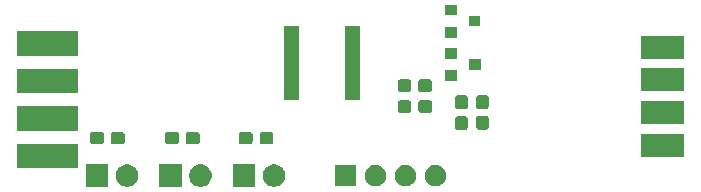
<source format=gbr>
G04 #@! TF.GenerationSoftware,KiCad,Pcbnew,5.1.5+dfsg1-2build2*
G04 #@! TF.CreationDate,2022-03-06T19:54:29+01:00*
G04 #@! TF.ProjectId,yusufitium-USB-RS232,79757375-6669-4746-9975-6d2d5553422d,rev?*
G04 #@! TF.SameCoordinates,Original*
G04 #@! TF.FileFunction,Soldermask,Bot*
G04 #@! TF.FilePolarity,Negative*
%FSLAX46Y46*%
G04 Gerber Fmt 4.6, Leading zero omitted, Abs format (unit mm)*
G04 Created by KiCad (PCBNEW 5.1.5+dfsg1-2build2) date 2022-03-06 19:54:29*
%MOMM*%
%LPD*%
G04 APERTURE LIST*
%ADD10C,0.100000*%
G04 APERTURE END LIST*
D10*
G36*
X135777000Y-113378000D02*
G01*
X133875000Y-113378000D01*
X133875000Y-111476000D01*
X135777000Y-111476000D01*
X135777000Y-113378000D01*
G37*
G36*
X142000000Y-113378000D02*
G01*
X140098000Y-113378000D01*
X140098000Y-111476000D01*
X142000000Y-111476000D01*
X142000000Y-113378000D01*
G37*
G36*
X131420395Y-111512546D02*
G01*
X131593466Y-111584234D01*
X131593467Y-111584235D01*
X131749227Y-111688310D01*
X131881690Y-111820773D01*
X131902987Y-111852646D01*
X131985766Y-111976534D01*
X132057454Y-112149605D01*
X132094000Y-112333333D01*
X132094000Y-112520667D01*
X132057454Y-112704395D01*
X131985766Y-112877466D01*
X131985765Y-112877467D01*
X131881690Y-113033227D01*
X131749227Y-113165690D01*
X131670818Y-113218081D01*
X131593466Y-113269766D01*
X131420395Y-113341454D01*
X131236667Y-113378000D01*
X131049333Y-113378000D01*
X130865605Y-113341454D01*
X130692534Y-113269766D01*
X130615182Y-113218081D01*
X130536773Y-113165690D01*
X130404310Y-113033227D01*
X130300235Y-112877467D01*
X130300234Y-112877466D01*
X130228546Y-112704395D01*
X130192000Y-112520667D01*
X130192000Y-112333333D01*
X130228546Y-112149605D01*
X130300234Y-111976534D01*
X130383013Y-111852646D01*
X130404310Y-111820773D01*
X130536773Y-111688310D01*
X130692533Y-111584235D01*
X130692534Y-111584234D01*
X130865605Y-111512546D01*
X131049333Y-111476000D01*
X131236667Y-111476000D01*
X131420395Y-111512546D01*
G37*
G36*
X129554000Y-113378000D02*
G01*
X127652000Y-113378000D01*
X127652000Y-111476000D01*
X129554000Y-111476000D01*
X129554000Y-113378000D01*
G37*
G36*
X137643395Y-111512546D02*
G01*
X137816466Y-111584234D01*
X137816467Y-111584235D01*
X137972227Y-111688310D01*
X138104690Y-111820773D01*
X138125987Y-111852646D01*
X138208766Y-111976534D01*
X138280454Y-112149605D01*
X138317000Y-112333333D01*
X138317000Y-112520667D01*
X138280454Y-112704395D01*
X138208766Y-112877466D01*
X138208765Y-112877467D01*
X138104690Y-113033227D01*
X137972227Y-113165690D01*
X137893818Y-113218081D01*
X137816466Y-113269766D01*
X137643395Y-113341454D01*
X137459667Y-113378000D01*
X137272333Y-113378000D01*
X137088605Y-113341454D01*
X136915534Y-113269766D01*
X136838182Y-113218081D01*
X136759773Y-113165690D01*
X136627310Y-113033227D01*
X136523235Y-112877467D01*
X136523234Y-112877466D01*
X136451546Y-112704395D01*
X136415000Y-112520667D01*
X136415000Y-112333333D01*
X136451546Y-112149605D01*
X136523234Y-111976534D01*
X136606013Y-111852646D01*
X136627310Y-111820773D01*
X136759773Y-111688310D01*
X136915533Y-111584235D01*
X136915534Y-111584234D01*
X137088605Y-111512546D01*
X137272333Y-111476000D01*
X137459667Y-111476000D01*
X137643395Y-111512546D01*
G37*
G36*
X143866395Y-111512546D02*
G01*
X144039466Y-111584234D01*
X144039467Y-111584235D01*
X144195227Y-111688310D01*
X144327690Y-111820773D01*
X144348987Y-111852646D01*
X144431766Y-111976534D01*
X144503454Y-112149605D01*
X144540000Y-112333333D01*
X144540000Y-112520667D01*
X144503454Y-112704395D01*
X144431766Y-112877466D01*
X144431765Y-112877467D01*
X144327690Y-113033227D01*
X144195227Y-113165690D01*
X144116818Y-113218081D01*
X144039466Y-113269766D01*
X143866395Y-113341454D01*
X143682667Y-113378000D01*
X143495333Y-113378000D01*
X143311605Y-113341454D01*
X143138534Y-113269766D01*
X143061182Y-113218081D01*
X142982773Y-113165690D01*
X142850310Y-113033227D01*
X142746235Y-112877467D01*
X142746234Y-112877466D01*
X142674546Y-112704395D01*
X142638000Y-112520667D01*
X142638000Y-112333333D01*
X142674546Y-112149605D01*
X142746234Y-111976534D01*
X142829013Y-111852646D01*
X142850310Y-111820773D01*
X142982773Y-111688310D01*
X143138533Y-111584235D01*
X143138534Y-111584234D01*
X143311605Y-111512546D01*
X143495333Y-111476000D01*
X143682667Y-111476000D01*
X143866395Y-111512546D01*
G37*
G36*
X152296512Y-111530927D02*
G01*
X152445812Y-111560624D01*
X152609784Y-111628544D01*
X152757354Y-111727147D01*
X152882853Y-111852646D01*
X152981456Y-112000216D01*
X153049376Y-112164188D01*
X153084000Y-112338259D01*
X153084000Y-112515741D01*
X153049376Y-112689812D01*
X152981456Y-112853784D01*
X152882853Y-113001354D01*
X152757354Y-113126853D01*
X152609784Y-113225456D01*
X152445812Y-113293376D01*
X152296512Y-113323073D01*
X152271742Y-113328000D01*
X152094258Y-113328000D01*
X152069488Y-113323073D01*
X151920188Y-113293376D01*
X151756216Y-113225456D01*
X151608646Y-113126853D01*
X151483147Y-113001354D01*
X151384544Y-112853784D01*
X151316624Y-112689812D01*
X151282000Y-112515741D01*
X151282000Y-112338259D01*
X151316624Y-112164188D01*
X151384544Y-112000216D01*
X151483147Y-111852646D01*
X151608646Y-111727147D01*
X151756216Y-111628544D01*
X151920188Y-111560624D01*
X152069488Y-111530927D01*
X152094258Y-111526000D01*
X152271742Y-111526000D01*
X152296512Y-111530927D01*
G37*
G36*
X150544000Y-113328000D02*
G01*
X148742000Y-113328000D01*
X148742000Y-111526000D01*
X150544000Y-111526000D01*
X150544000Y-113328000D01*
G37*
G36*
X154836512Y-111530927D02*
G01*
X154985812Y-111560624D01*
X155149784Y-111628544D01*
X155297354Y-111727147D01*
X155422853Y-111852646D01*
X155521456Y-112000216D01*
X155589376Y-112164188D01*
X155624000Y-112338259D01*
X155624000Y-112515741D01*
X155589376Y-112689812D01*
X155521456Y-112853784D01*
X155422853Y-113001354D01*
X155297354Y-113126853D01*
X155149784Y-113225456D01*
X154985812Y-113293376D01*
X154836512Y-113323073D01*
X154811742Y-113328000D01*
X154634258Y-113328000D01*
X154609488Y-113323073D01*
X154460188Y-113293376D01*
X154296216Y-113225456D01*
X154148646Y-113126853D01*
X154023147Y-113001354D01*
X153924544Y-112853784D01*
X153856624Y-112689812D01*
X153822000Y-112515741D01*
X153822000Y-112338259D01*
X153856624Y-112164188D01*
X153924544Y-112000216D01*
X154023147Y-111852646D01*
X154148646Y-111727147D01*
X154296216Y-111628544D01*
X154460188Y-111560624D01*
X154609488Y-111530927D01*
X154634258Y-111526000D01*
X154811742Y-111526000D01*
X154836512Y-111530927D01*
G37*
G36*
X157376512Y-111530927D02*
G01*
X157525812Y-111560624D01*
X157689784Y-111628544D01*
X157837354Y-111727147D01*
X157962853Y-111852646D01*
X158061456Y-112000216D01*
X158129376Y-112164188D01*
X158164000Y-112338259D01*
X158164000Y-112515741D01*
X158129376Y-112689812D01*
X158061456Y-112853784D01*
X157962853Y-113001354D01*
X157837354Y-113126853D01*
X157689784Y-113225456D01*
X157525812Y-113293376D01*
X157376512Y-113323073D01*
X157351742Y-113328000D01*
X157174258Y-113328000D01*
X157149488Y-113323073D01*
X157000188Y-113293376D01*
X156836216Y-113225456D01*
X156688646Y-113126853D01*
X156563147Y-113001354D01*
X156464544Y-112853784D01*
X156396624Y-112689812D01*
X156362000Y-112515741D01*
X156362000Y-112338259D01*
X156396624Y-112164188D01*
X156464544Y-112000216D01*
X156563147Y-111852646D01*
X156688646Y-111727147D01*
X156836216Y-111628544D01*
X157000188Y-111560624D01*
X157149488Y-111530927D01*
X157174258Y-111526000D01*
X157351742Y-111526000D01*
X157376512Y-111530927D01*
G37*
G36*
X126963000Y-111827000D02*
G01*
X121861000Y-111827000D01*
X121861000Y-109725000D01*
X126963000Y-109725000D01*
X126963000Y-111827000D01*
G37*
G36*
X178275000Y-110825333D02*
G01*
X174693000Y-110825333D01*
X174693000Y-108876667D01*
X178275000Y-108876667D01*
X178275000Y-110825333D01*
G37*
G36*
X135381499Y-108730445D02*
G01*
X135418995Y-108741820D01*
X135453554Y-108760292D01*
X135483847Y-108785153D01*
X135508708Y-108815446D01*
X135527180Y-108850005D01*
X135538555Y-108887501D01*
X135543000Y-108932638D01*
X135543000Y-109571362D01*
X135538555Y-109616499D01*
X135527180Y-109653995D01*
X135508708Y-109688554D01*
X135483847Y-109718847D01*
X135453554Y-109743708D01*
X135418995Y-109762180D01*
X135381499Y-109773555D01*
X135336362Y-109778000D01*
X134597638Y-109778000D01*
X134552501Y-109773555D01*
X134515005Y-109762180D01*
X134480446Y-109743708D01*
X134450153Y-109718847D01*
X134425292Y-109688554D01*
X134406820Y-109653995D01*
X134395445Y-109616499D01*
X134391000Y-109571362D01*
X134391000Y-108932638D01*
X134395445Y-108887501D01*
X134406820Y-108850005D01*
X134425292Y-108815446D01*
X134450153Y-108785153D01*
X134480446Y-108760292D01*
X134515005Y-108741820D01*
X134552501Y-108730445D01*
X134597638Y-108726000D01*
X135336362Y-108726000D01*
X135381499Y-108730445D01*
G37*
G36*
X143368499Y-108730445D02*
G01*
X143405995Y-108741820D01*
X143440554Y-108760292D01*
X143470847Y-108785153D01*
X143495708Y-108815446D01*
X143514180Y-108850005D01*
X143525555Y-108887501D01*
X143530000Y-108932638D01*
X143530000Y-109571362D01*
X143525555Y-109616499D01*
X143514180Y-109653995D01*
X143495708Y-109688554D01*
X143470847Y-109718847D01*
X143440554Y-109743708D01*
X143405995Y-109762180D01*
X143368499Y-109773555D01*
X143323362Y-109778000D01*
X142584638Y-109778000D01*
X142539501Y-109773555D01*
X142502005Y-109762180D01*
X142467446Y-109743708D01*
X142437153Y-109718847D01*
X142412292Y-109688554D01*
X142393820Y-109653995D01*
X142382445Y-109616499D01*
X142378000Y-109571362D01*
X142378000Y-108932638D01*
X142382445Y-108887501D01*
X142393820Y-108850005D01*
X142412292Y-108815446D01*
X142437153Y-108785153D01*
X142467446Y-108760292D01*
X142502005Y-108741820D01*
X142539501Y-108730445D01*
X142584638Y-108726000D01*
X143323362Y-108726000D01*
X143368499Y-108730445D01*
G37*
G36*
X141618499Y-108730445D02*
G01*
X141655995Y-108741820D01*
X141690554Y-108760292D01*
X141720847Y-108785153D01*
X141745708Y-108815446D01*
X141764180Y-108850005D01*
X141775555Y-108887501D01*
X141780000Y-108932638D01*
X141780000Y-109571362D01*
X141775555Y-109616499D01*
X141764180Y-109653995D01*
X141745708Y-109688554D01*
X141720847Y-109718847D01*
X141690554Y-109743708D01*
X141655995Y-109762180D01*
X141618499Y-109773555D01*
X141573362Y-109778000D01*
X140834638Y-109778000D01*
X140789501Y-109773555D01*
X140752005Y-109762180D01*
X140717446Y-109743708D01*
X140687153Y-109718847D01*
X140662292Y-109688554D01*
X140643820Y-109653995D01*
X140632445Y-109616499D01*
X140628000Y-109571362D01*
X140628000Y-108932638D01*
X140632445Y-108887501D01*
X140643820Y-108850005D01*
X140662292Y-108815446D01*
X140687153Y-108785153D01*
X140717446Y-108760292D01*
X140752005Y-108741820D01*
X140789501Y-108730445D01*
X140834638Y-108726000D01*
X141573362Y-108726000D01*
X141618499Y-108730445D01*
G37*
G36*
X129031499Y-108730445D02*
G01*
X129068995Y-108741820D01*
X129103554Y-108760292D01*
X129133847Y-108785153D01*
X129158708Y-108815446D01*
X129177180Y-108850005D01*
X129188555Y-108887501D01*
X129193000Y-108932638D01*
X129193000Y-109571362D01*
X129188555Y-109616499D01*
X129177180Y-109653995D01*
X129158708Y-109688554D01*
X129133847Y-109718847D01*
X129103554Y-109743708D01*
X129068995Y-109762180D01*
X129031499Y-109773555D01*
X128986362Y-109778000D01*
X128247638Y-109778000D01*
X128202501Y-109773555D01*
X128165005Y-109762180D01*
X128130446Y-109743708D01*
X128100153Y-109718847D01*
X128075292Y-109688554D01*
X128056820Y-109653995D01*
X128045445Y-109616499D01*
X128041000Y-109571362D01*
X128041000Y-108932638D01*
X128045445Y-108887501D01*
X128056820Y-108850005D01*
X128075292Y-108815446D01*
X128100153Y-108785153D01*
X128130446Y-108760292D01*
X128165005Y-108741820D01*
X128202501Y-108730445D01*
X128247638Y-108726000D01*
X128986362Y-108726000D01*
X129031499Y-108730445D01*
G37*
G36*
X137131499Y-108730445D02*
G01*
X137168995Y-108741820D01*
X137203554Y-108760292D01*
X137233847Y-108785153D01*
X137258708Y-108815446D01*
X137277180Y-108850005D01*
X137288555Y-108887501D01*
X137293000Y-108932638D01*
X137293000Y-109571362D01*
X137288555Y-109616499D01*
X137277180Y-109653995D01*
X137258708Y-109688554D01*
X137233847Y-109718847D01*
X137203554Y-109743708D01*
X137168995Y-109762180D01*
X137131499Y-109773555D01*
X137086362Y-109778000D01*
X136347638Y-109778000D01*
X136302501Y-109773555D01*
X136265005Y-109762180D01*
X136230446Y-109743708D01*
X136200153Y-109718847D01*
X136175292Y-109688554D01*
X136156820Y-109653995D01*
X136145445Y-109616499D01*
X136141000Y-109571362D01*
X136141000Y-108932638D01*
X136145445Y-108887501D01*
X136156820Y-108850005D01*
X136175292Y-108815446D01*
X136200153Y-108785153D01*
X136230446Y-108760292D01*
X136265005Y-108741820D01*
X136302501Y-108730445D01*
X136347638Y-108726000D01*
X137086362Y-108726000D01*
X137131499Y-108730445D01*
G37*
G36*
X130781499Y-108730445D02*
G01*
X130818995Y-108741820D01*
X130853554Y-108760292D01*
X130883847Y-108785153D01*
X130908708Y-108815446D01*
X130927180Y-108850005D01*
X130938555Y-108887501D01*
X130943000Y-108932638D01*
X130943000Y-109571362D01*
X130938555Y-109616499D01*
X130927180Y-109653995D01*
X130908708Y-109688554D01*
X130883847Y-109718847D01*
X130853554Y-109743708D01*
X130818995Y-109762180D01*
X130781499Y-109773555D01*
X130736362Y-109778000D01*
X129997638Y-109778000D01*
X129952501Y-109773555D01*
X129915005Y-109762180D01*
X129880446Y-109743708D01*
X129850153Y-109718847D01*
X129825292Y-109688554D01*
X129806820Y-109653995D01*
X129795445Y-109616499D01*
X129791000Y-109571362D01*
X129791000Y-108932638D01*
X129795445Y-108887501D01*
X129806820Y-108850005D01*
X129825292Y-108815446D01*
X129850153Y-108785153D01*
X129880446Y-108760292D01*
X129915005Y-108741820D01*
X129952501Y-108730445D01*
X129997638Y-108726000D01*
X130736362Y-108726000D01*
X130781499Y-108730445D01*
G37*
G36*
X126963000Y-108652000D02*
G01*
X121861000Y-108652000D01*
X121861000Y-106550000D01*
X126963000Y-106550000D01*
X126963000Y-108652000D01*
G37*
G36*
X159828499Y-107396445D02*
G01*
X159865995Y-107407820D01*
X159900554Y-107426292D01*
X159930847Y-107451153D01*
X159955708Y-107481446D01*
X159974180Y-107516005D01*
X159985555Y-107553501D01*
X159990000Y-107598638D01*
X159990000Y-108337362D01*
X159985555Y-108382499D01*
X159974180Y-108419995D01*
X159955708Y-108454554D01*
X159930847Y-108484847D01*
X159900554Y-108509708D01*
X159865995Y-108528180D01*
X159828499Y-108539555D01*
X159783362Y-108544000D01*
X159144638Y-108544000D01*
X159099501Y-108539555D01*
X159062005Y-108528180D01*
X159027446Y-108509708D01*
X158997153Y-108484847D01*
X158972292Y-108454554D01*
X158953820Y-108419995D01*
X158942445Y-108382499D01*
X158938000Y-108337362D01*
X158938000Y-107598638D01*
X158942445Y-107553501D01*
X158953820Y-107516005D01*
X158972292Y-107481446D01*
X158997153Y-107451153D01*
X159027446Y-107426292D01*
X159062005Y-107407820D01*
X159099501Y-107396445D01*
X159144638Y-107392000D01*
X159783362Y-107392000D01*
X159828499Y-107396445D01*
G37*
G36*
X161606499Y-107382445D02*
G01*
X161643995Y-107393820D01*
X161678554Y-107412292D01*
X161708847Y-107437153D01*
X161733708Y-107467446D01*
X161752180Y-107502005D01*
X161763555Y-107539501D01*
X161768000Y-107584638D01*
X161768000Y-108323362D01*
X161763555Y-108368499D01*
X161752180Y-108405995D01*
X161733708Y-108440554D01*
X161708847Y-108470847D01*
X161678554Y-108495708D01*
X161643995Y-108514180D01*
X161606499Y-108525555D01*
X161561362Y-108530000D01*
X160922638Y-108530000D01*
X160877501Y-108525555D01*
X160840005Y-108514180D01*
X160805446Y-108495708D01*
X160775153Y-108470847D01*
X160750292Y-108440554D01*
X160731820Y-108405995D01*
X160720445Y-108368499D01*
X160716000Y-108323362D01*
X160716000Y-107584638D01*
X160720445Y-107539501D01*
X160731820Y-107502005D01*
X160750292Y-107467446D01*
X160775153Y-107437153D01*
X160805446Y-107412292D01*
X160840005Y-107393820D01*
X160877501Y-107382445D01*
X160922638Y-107378000D01*
X161561362Y-107378000D01*
X161606499Y-107382445D01*
G37*
G36*
X178275000Y-108055333D02*
G01*
X174693000Y-108055333D01*
X174693000Y-106106667D01*
X178275000Y-106106667D01*
X178275000Y-108055333D01*
G37*
G36*
X156816499Y-106063445D02*
G01*
X156853995Y-106074820D01*
X156888554Y-106093292D01*
X156918847Y-106118153D01*
X156943708Y-106148446D01*
X156962180Y-106183005D01*
X156973555Y-106220501D01*
X156978000Y-106265638D01*
X156978000Y-106904362D01*
X156973555Y-106949499D01*
X156962180Y-106986995D01*
X156943708Y-107021554D01*
X156918847Y-107051847D01*
X156888554Y-107076708D01*
X156853995Y-107095180D01*
X156816499Y-107106555D01*
X156771362Y-107111000D01*
X156032638Y-107111000D01*
X155987501Y-107106555D01*
X155950005Y-107095180D01*
X155915446Y-107076708D01*
X155885153Y-107051847D01*
X155860292Y-107021554D01*
X155841820Y-106986995D01*
X155830445Y-106949499D01*
X155826000Y-106904362D01*
X155826000Y-106265638D01*
X155830445Y-106220501D01*
X155841820Y-106183005D01*
X155860292Y-106148446D01*
X155885153Y-106118153D01*
X155915446Y-106093292D01*
X155950005Y-106074820D01*
X155987501Y-106063445D01*
X156032638Y-106059000D01*
X156771362Y-106059000D01*
X156816499Y-106063445D01*
G37*
G36*
X155066499Y-106063445D02*
G01*
X155103995Y-106074820D01*
X155138554Y-106093292D01*
X155168847Y-106118153D01*
X155193708Y-106148446D01*
X155212180Y-106183005D01*
X155223555Y-106220501D01*
X155228000Y-106265638D01*
X155228000Y-106904362D01*
X155223555Y-106949499D01*
X155212180Y-106986995D01*
X155193708Y-107021554D01*
X155168847Y-107051847D01*
X155138554Y-107076708D01*
X155103995Y-107095180D01*
X155066499Y-107106555D01*
X155021362Y-107111000D01*
X154282638Y-107111000D01*
X154237501Y-107106555D01*
X154200005Y-107095180D01*
X154165446Y-107076708D01*
X154135153Y-107051847D01*
X154110292Y-107021554D01*
X154091820Y-106986995D01*
X154080445Y-106949499D01*
X154076000Y-106904362D01*
X154076000Y-106265638D01*
X154080445Y-106220501D01*
X154091820Y-106183005D01*
X154110292Y-106148446D01*
X154135153Y-106118153D01*
X154165446Y-106093292D01*
X154200005Y-106074820D01*
X154237501Y-106063445D01*
X154282638Y-106059000D01*
X155021362Y-106059000D01*
X155066499Y-106063445D01*
G37*
G36*
X159828499Y-105646445D02*
G01*
X159865995Y-105657820D01*
X159900554Y-105676292D01*
X159930847Y-105701153D01*
X159955708Y-105731446D01*
X159974180Y-105766005D01*
X159985555Y-105803501D01*
X159990000Y-105848638D01*
X159990000Y-106587362D01*
X159985555Y-106632499D01*
X159974180Y-106669995D01*
X159955708Y-106704554D01*
X159930847Y-106734847D01*
X159900554Y-106759708D01*
X159865995Y-106778180D01*
X159828499Y-106789555D01*
X159783362Y-106794000D01*
X159144638Y-106794000D01*
X159099501Y-106789555D01*
X159062005Y-106778180D01*
X159027446Y-106759708D01*
X158997153Y-106734847D01*
X158972292Y-106704554D01*
X158953820Y-106669995D01*
X158942445Y-106632499D01*
X158938000Y-106587362D01*
X158938000Y-105848638D01*
X158942445Y-105803501D01*
X158953820Y-105766005D01*
X158972292Y-105731446D01*
X158997153Y-105701153D01*
X159027446Y-105676292D01*
X159062005Y-105657820D01*
X159099501Y-105646445D01*
X159144638Y-105642000D01*
X159783362Y-105642000D01*
X159828499Y-105646445D01*
G37*
G36*
X161606499Y-105632445D02*
G01*
X161643995Y-105643820D01*
X161678554Y-105662292D01*
X161708847Y-105687153D01*
X161733708Y-105717446D01*
X161752180Y-105752005D01*
X161763555Y-105789501D01*
X161768000Y-105834638D01*
X161768000Y-106573362D01*
X161763555Y-106618499D01*
X161752180Y-106655995D01*
X161733708Y-106690554D01*
X161708847Y-106720847D01*
X161678554Y-106745708D01*
X161643995Y-106764180D01*
X161606499Y-106775555D01*
X161561362Y-106780000D01*
X160922638Y-106780000D01*
X160877501Y-106775555D01*
X160840005Y-106764180D01*
X160805446Y-106745708D01*
X160775153Y-106720847D01*
X160750292Y-106690554D01*
X160731820Y-106655995D01*
X160720445Y-106618499D01*
X160716000Y-106573362D01*
X160716000Y-105834638D01*
X160720445Y-105789501D01*
X160731820Y-105752005D01*
X160750292Y-105717446D01*
X160775153Y-105687153D01*
X160805446Y-105662292D01*
X160840005Y-105643820D01*
X160877501Y-105632445D01*
X160922638Y-105628000D01*
X161561362Y-105628000D01*
X161606499Y-105632445D01*
G37*
G36*
X145704000Y-106010500D02*
G01*
X144402000Y-106010500D01*
X144402000Y-99793500D01*
X145704000Y-99793500D01*
X145704000Y-106010500D01*
G37*
G36*
X150904000Y-106010500D02*
G01*
X149602000Y-106010500D01*
X149602000Y-99793500D01*
X150904000Y-99793500D01*
X150904000Y-106010500D01*
G37*
G36*
X126963000Y-105477000D02*
G01*
X121861000Y-105477000D01*
X121861000Y-103375000D01*
X126963000Y-103375000D01*
X126963000Y-105477000D01*
G37*
G36*
X155052499Y-104285445D02*
G01*
X155089995Y-104296820D01*
X155124554Y-104315292D01*
X155154847Y-104340153D01*
X155179708Y-104370446D01*
X155198180Y-104405005D01*
X155209555Y-104442501D01*
X155214000Y-104487638D01*
X155214000Y-105126362D01*
X155209555Y-105171499D01*
X155198180Y-105208995D01*
X155179708Y-105243554D01*
X155154847Y-105273847D01*
X155124554Y-105298708D01*
X155089995Y-105317180D01*
X155052499Y-105328555D01*
X155007362Y-105333000D01*
X154268638Y-105333000D01*
X154223501Y-105328555D01*
X154186005Y-105317180D01*
X154151446Y-105298708D01*
X154121153Y-105273847D01*
X154096292Y-105243554D01*
X154077820Y-105208995D01*
X154066445Y-105171499D01*
X154062000Y-105126362D01*
X154062000Y-104487638D01*
X154066445Y-104442501D01*
X154077820Y-104405005D01*
X154096292Y-104370446D01*
X154121153Y-104340153D01*
X154151446Y-104315292D01*
X154186005Y-104296820D01*
X154223501Y-104285445D01*
X154268638Y-104281000D01*
X155007362Y-104281000D01*
X155052499Y-104285445D01*
G37*
G36*
X156802499Y-104285445D02*
G01*
X156839995Y-104296820D01*
X156874554Y-104315292D01*
X156904847Y-104340153D01*
X156929708Y-104370446D01*
X156948180Y-104405005D01*
X156959555Y-104442501D01*
X156964000Y-104487638D01*
X156964000Y-105126362D01*
X156959555Y-105171499D01*
X156948180Y-105208995D01*
X156929708Y-105243554D01*
X156904847Y-105273847D01*
X156874554Y-105298708D01*
X156839995Y-105317180D01*
X156802499Y-105328555D01*
X156757362Y-105333000D01*
X156018638Y-105333000D01*
X155973501Y-105328555D01*
X155936005Y-105317180D01*
X155901446Y-105298708D01*
X155871153Y-105273847D01*
X155846292Y-105243554D01*
X155827820Y-105208995D01*
X155816445Y-105171499D01*
X155812000Y-105126362D01*
X155812000Y-104487638D01*
X155816445Y-104442501D01*
X155827820Y-104405005D01*
X155846292Y-104370446D01*
X155871153Y-104340153D01*
X155901446Y-104315292D01*
X155936005Y-104296820D01*
X155973501Y-104285445D01*
X156018638Y-104281000D01*
X156757362Y-104281000D01*
X156802499Y-104285445D01*
G37*
G36*
X178275000Y-105285333D02*
G01*
X174693000Y-105285333D01*
X174693000Y-103336667D01*
X178275000Y-103336667D01*
X178275000Y-105285333D01*
G37*
G36*
X159092000Y-104430000D02*
G01*
X158090000Y-104430000D01*
X158090000Y-103528000D01*
X159092000Y-103528000D01*
X159092000Y-104430000D01*
G37*
G36*
X161092000Y-103480000D02*
G01*
X160090000Y-103480000D01*
X160090000Y-102578000D01*
X161092000Y-102578000D01*
X161092000Y-103480000D01*
G37*
G36*
X159092000Y-102530000D02*
G01*
X158090000Y-102530000D01*
X158090000Y-101628000D01*
X159092000Y-101628000D01*
X159092000Y-102530000D01*
G37*
G36*
X178275000Y-102515333D02*
G01*
X174693000Y-102515333D01*
X174693000Y-100566667D01*
X178275000Y-100566667D01*
X178275000Y-102515333D01*
G37*
G36*
X126963000Y-102302000D02*
G01*
X121861000Y-102302000D01*
X121861000Y-100200000D01*
X126963000Y-100200000D01*
X126963000Y-102302000D01*
G37*
G36*
X159076000Y-100747000D02*
G01*
X158074000Y-100747000D01*
X158074000Y-99845000D01*
X159076000Y-99845000D01*
X159076000Y-100747000D01*
G37*
G36*
X161076000Y-99797000D02*
G01*
X160074000Y-99797000D01*
X160074000Y-98895000D01*
X161076000Y-98895000D01*
X161076000Y-99797000D01*
G37*
G36*
X159076000Y-98847000D02*
G01*
X158074000Y-98847000D01*
X158074000Y-97945000D01*
X159076000Y-97945000D01*
X159076000Y-98847000D01*
G37*
M02*

</source>
